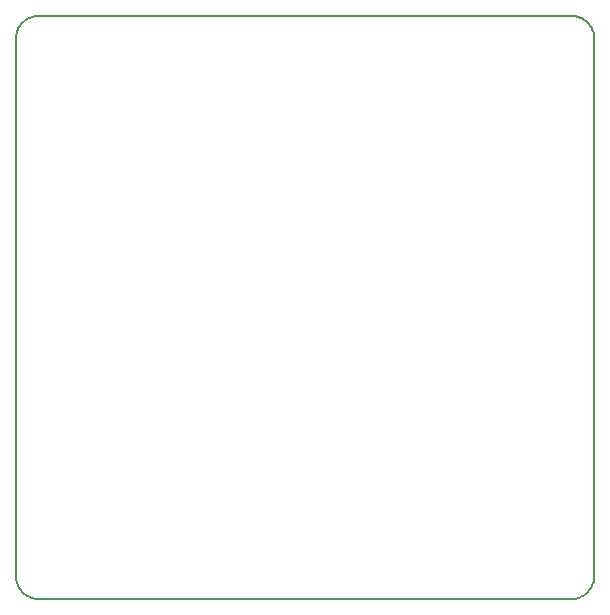
<source format=gbp>
G75*
G70*
%OFA0B0*%
%FSLAX24Y24*%
%IPPOS*%
%LPD*%
%AMOC8*
5,1,8,0,0,1.08239X$1,22.5*
%
%ADD10C,0.0079*%
D10*
X000937Y000198D02*
X018654Y000198D01*
X018654Y000199D02*
X018708Y000201D01*
X018761Y000206D01*
X018814Y000215D01*
X018866Y000228D01*
X018918Y000244D01*
X018968Y000264D01*
X019016Y000287D01*
X019063Y000314D01*
X019108Y000343D01*
X019151Y000376D01*
X019191Y000411D01*
X019229Y000449D01*
X019264Y000489D01*
X019297Y000532D01*
X019326Y000577D01*
X019353Y000624D01*
X019376Y000672D01*
X019396Y000722D01*
X019412Y000774D01*
X019425Y000826D01*
X019434Y000879D01*
X019439Y000932D01*
X019441Y000986D01*
X019441Y018860D01*
X019439Y018914D01*
X019434Y018967D01*
X019425Y019020D01*
X019412Y019072D01*
X019396Y019124D01*
X019376Y019174D01*
X019353Y019222D01*
X019326Y019269D01*
X019297Y019314D01*
X019264Y019357D01*
X019229Y019397D01*
X019191Y019435D01*
X019151Y019470D01*
X019108Y019503D01*
X019063Y019532D01*
X019016Y019559D01*
X018968Y019582D01*
X018918Y019602D01*
X018866Y019618D01*
X018814Y019631D01*
X018761Y019640D01*
X018708Y019645D01*
X018654Y019647D01*
X000937Y019647D01*
X000883Y019645D01*
X000830Y019640D01*
X000777Y019631D01*
X000725Y019618D01*
X000673Y019602D01*
X000623Y019582D01*
X000575Y019559D01*
X000528Y019532D01*
X000483Y019503D01*
X000440Y019470D01*
X000400Y019435D01*
X000362Y019397D01*
X000327Y019357D01*
X000294Y019314D01*
X000265Y019269D01*
X000238Y019222D01*
X000215Y019174D01*
X000195Y019124D01*
X000179Y019072D01*
X000166Y019020D01*
X000157Y018967D01*
X000152Y018914D01*
X000150Y018860D01*
X000150Y000986D01*
X000152Y000932D01*
X000157Y000879D01*
X000166Y000826D01*
X000179Y000774D01*
X000195Y000722D01*
X000215Y000672D01*
X000238Y000624D01*
X000265Y000577D01*
X000294Y000532D01*
X000327Y000489D01*
X000362Y000449D01*
X000400Y000411D01*
X000440Y000376D01*
X000483Y000343D01*
X000528Y000314D01*
X000575Y000287D01*
X000623Y000264D01*
X000673Y000244D01*
X000725Y000228D01*
X000777Y000215D01*
X000830Y000206D01*
X000883Y000201D01*
X000937Y000199D01*
M02*

</source>
